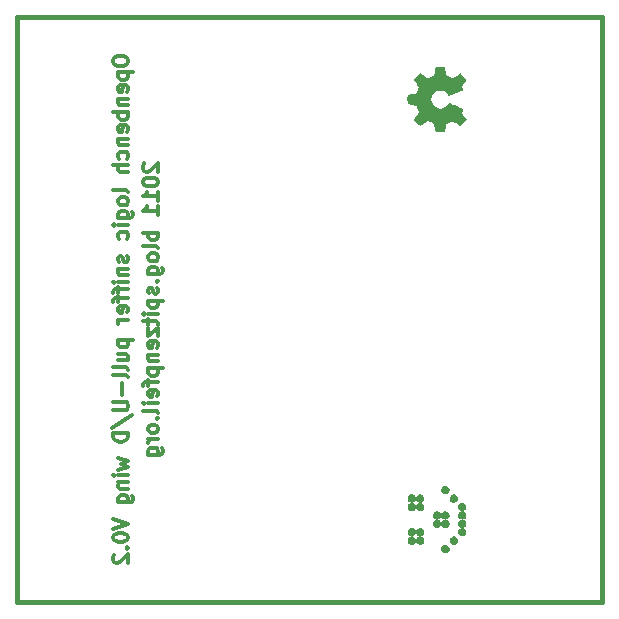
<source format=gbo>
G04 (created by PCBNEW-RS274X (2011-07-08)-stable) date Sun 02 Oct 2011 11:42:34 AM CEST*
G01*
G70*
G90*
%MOIN*%
G04 Gerber Fmt 3.4, Leading zero omitted, Abs format*
%FSLAX34Y34*%
G04 APERTURE LIST*
%ADD10C,0.006000*%
%ADD11C,0.015000*%
%ADD12C,0.012000*%
%ADD13C,0.000100*%
%ADD14R,0.060000X0.060000*%
%ADD15C,0.060000*%
%ADD16R,0.055000X0.055000*%
%ADD17C,0.055000*%
%ADD18O,0.080000X0.050000*%
G04 APERTURE END LIST*
G54D10*
G54D11*
X76250Y-13750D02*
X76250Y-33250D01*
X56750Y-13750D02*
X76250Y-13750D01*
X56750Y-33250D02*
X76250Y-33250D01*
X56750Y-13750D02*
X56750Y-33250D01*
G54D12*
X59952Y-15167D02*
X59952Y-15263D01*
X59976Y-15310D01*
X60024Y-15358D01*
X60119Y-15382D01*
X60286Y-15382D01*
X60381Y-15358D01*
X60429Y-15310D01*
X60452Y-15263D01*
X60452Y-15167D01*
X60429Y-15120D01*
X60381Y-15072D01*
X60286Y-15048D01*
X60119Y-15048D01*
X60024Y-15072D01*
X59976Y-15120D01*
X59952Y-15167D01*
X60119Y-15596D02*
X60619Y-15596D01*
X60143Y-15596D02*
X60119Y-15644D01*
X60119Y-15739D01*
X60143Y-15787D01*
X60167Y-15810D01*
X60214Y-15834D01*
X60357Y-15834D01*
X60405Y-15810D01*
X60429Y-15787D01*
X60452Y-15739D01*
X60452Y-15644D01*
X60429Y-15596D01*
X60429Y-16239D02*
X60452Y-16191D01*
X60452Y-16096D01*
X60429Y-16048D01*
X60381Y-16024D01*
X60190Y-16024D01*
X60143Y-16048D01*
X60119Y-16096D01*
X60119Y-16191D01*
X60143Y-16239D01*
X60190Y-16262D01*
X60238Y-16262D01*
X60286Y-16024D01*
X60119Y-16477D02*
X60452Y-16477D01*
X60167Y-16477D02*
X60143Y-16501D01*
X60119Y-16548D01*
X60119Y-16620D01*
X60143Y-16668D01*
X60190Y-16691D01*
X60452Y-16691D01*
X60452Y-16929D02*
X59952Y-16929D01*
X60143Y-16929D02*
X60119Y-16977D01*
X60119Y-17072D01*
X60143Y-17120D01*
X60167Y-17143D01*
X60214Y-17167D01*
X60357Y-17167D01*
X60405Y-17143D01*
X60429Y-17120D01*
X60452Y-17072D01*
X60452Y-16977D01*
X60429Y-16929D01*
X60429Y-17572D02*
X60452Y-17524D01*
X60452Y-17429D01*
X60429Y-17381D01*
X60381Y-17357D01*
X60190Y-17357D01*
X60143Y-17381D01*
X60119Y-17429D01*
X60119Y-17524D01*
X60143Y-17572D01*
X60190Y-17595D01*
X60238Y-17595D01*
X60286Y-17357D01*
X60119Y-17810D02*
X60452Y-17810D01*
X60167Y-17810D02*
X60143Y-17834D01*
X60119Y-17881D01*
X60119Y-17953D01*
X60143Y-18001D01*
X60190Y-18024D01*
X60452Y-18024D01*
X60429Y-18476D02*
X60452Y-18429D01*
X60452Y-18333D01*
X60429Y-18286D01*
X60405Y-18262D01*
X60357Y-18238D01*
X60214Y-18238D01*
X60167Y-18262D01*
X60143Y-18286D01*
X60119Y-18333D01*
X60119Y-18429D01*
X60143Y-18476D01*
X60452Y-18691D02*
X59952Y-18691D01*
X60452Y-18905D02*
X60190Y-18905D01*
X60143Y-18882D01*
X60119Y-18834D01*
X60119Y-18762D01*
X60143Y-18715D01*
X60167Y-18691D01*
X60452Y-19595D02*
X60429Y-19548D01*
X60381Y-19524D01*
X59952Y-19524D01*
X60452Y-19857D02*
X60429Y-19810D01*
X60405Y-19786D01*
X60357Y-19762D01*
X60214Y-19762D01*
X60167Y-19786D01*
X60143Y-19810D01*
X60119Y-19857D01*
X60119Y-19929D01*
X60143Y-19977D01*
X60167Y-20000D01*
X60214Y-20024D01*
X60357Y-20024D01*
X60405Y-20000D01*
X60429Y-19977D01*
X60452Y-19929D01*
X60452Y-19857D01*
X60119Y-20452D02*
X60524Y-20452D01*
X60571Y-20429D01*
X60595Y-20405D01*
X60619Y-20357D01*
X60619Y-20286D01*
X60595Y-20238D01*
X60429Y-20452D02*
X60452Y-20405D01*
X60452Y-20309D01*
X60429Y-20262D01*
X60405Y-20238D01*
X60357Y-20214D01*
X60214Y-20214D01*
X60167Y-20238D01*
X60143Y-20262D01*
X60119Y-20309D01*
X60119Y-20405D01*
X60143Y-20452D01*
X60452Y-20690D02*
X60119Y-20690D01*
X59952Y-20690D02*
X59976Y-20666D01*
X60000Y-20690D01*
X59976Y-20714D01*
X59952Y-20690D01*
X60000Y-20690D01*
X60429Y-21142D02*
X60452Y-21095D01*
X60452Y-20999D01*
X60429Y-20952D01*
X60405Y-20928D01*
X60357Y-20904D01*
X60214Y-20904D01*
X60167Y-20928D01*
X60143Y-20952D01*
X60119Y-20999D01*
X60119Y-21095D01*
X60143Y-21142D01*
X60429Y-21714D02*
X60452Y-21762D01*
X60452Y-21857D01*
X60429Y-21905D01*
X60381Y-21929D01*
X60357Y-21929D01*
X60310Y-21905D01*
X60286Y-21857D01*
X60286Y-21786D01*
X60262Y-21738D01*
X60214Y-21714D01*
X60190Y-21714D01*
X60143Y-21738D01*
X60119Y-21786D01*
X60119Y-21857D01*
X60143Y-21905D01*
X60119Y-22143D02*
X60452Y-22143D01*
X60167Y-22143D02*
X60143Y-22167D01*
X60119Y-22214D01*
X60119Y-22286D01*
X60143Y-22334D01*
X60190Y-22357D01*
X60452Y-22357D01*
X60452Y-22595D02*
X60119Y-22595D01*
X59952Y-22595D02*
X59976Y-22571D01*
X60000Y-22595D01*
X59976Y-22619D01*
X59952Y-22595D01*
X60000Y-22595D01*
X60119Y-22762D02*
X60119Y-22952D01*
X60452Y-22833D02*
X60024Y-22833D01*
X59976Y-22857D01*
X59952Y-22904D01*
X59952Y-22952D01*
X60119Y-23048D02*
X60119Y-23238D01*
X60452Y-23119D02*
X60024Y-23119D01*
X59976Y-23143D01*
X59952Y-23190D01*
X59952Y-23238D01*
X60429Y-23596D02*
X60452Y-23548D01*
X60452Y-23453D01*
X60429Y-23405D01*
X60381Y-23381D01*
X60190Y-23381D01*
X60143Y-23405D01*
X60119Y-23453D01*
X60119Y-23548D01*
X60143Y-23596D01*
X60190Y-23619D01*
X60238Y-23619D01*
X60286Y-23381D01*
X60452Y-23834D02*
X60119Y-23834D01*
X60214Y-23834D02*
X60167Y-23858D01*
X60143Y-23882D01*
X60119Y-23929D01*
X60119Y-23977D01*
X60119Y-24525D02*
X60619Y-24525D01*
X60143Y-24525D02*
X60119Y-24573D01*
X60119Y-24668D01*
X60143Y-24716D01*
X60167Y-24739D01*
X60214Y-24763D01*
X60357Y-24763D01*
X60405Y-24739D01*
X60429Y-24716D01*
X60452Y-24668D01*
X60452Y-24573D01*
X60429Y-24525D01*
X60119Y-25191D02*
X60452Y-25191D01*
X60119Y-24977D02*
X60381Y-24977D01*
X60429Y-25001D01*
X60452Y-25048D01*
X60452Y-25120D01*
X60429Y-25168D01*
X60405Y-25191D01*
X60452Y-25500D02*
X60429Y-25453D01*
X60381Y-25429D01*
X59952Y-25429D01*
X60452Y-25762D02*
X60429Y-25715D01*
X60381Y-25691D01*
X59952Y-25691D01*
X60262Y-25953D02*
X60262Y-26334D01*
X59952Y-26572D02*
X60357Y-26572D01*
X60405Y-26596D01*
X60429Y-26620D01*
X60452Y-26667D01*
X60452Y-26763D01*
X60429Y-26810D01*
X60405Y-26834D01*
X60357Y-26858D01*
X59952Y-26858D01*
X59929Y-27453D02*
X60571Y-27025D01*
X60452Y-27620D02*
X59952Y-27620D01*
X59952Y-27739D01*
X59976Y-27811D01*
X60024Y-27858D01*
X60071Y-27882D01*
X60167Y-27906D01*
X60238Y-27906D01*
X60333Y-27882D01*
X60381Y-27858D01*
X60429Y-27811D01*
X60452Y-27739D01*
X60452Y-27620D01*
X60119Y-28453D02*
X60452Y-28549D01*
X60214Y-28644D01*
X60452Y-28739D01*
X60119Y-28834D01*
X60452Y-29025D02*
X60119Y-29025D01*
X59952Y-29025D02*
X59976Y-29001D01*
X60000Y-29025D01*
X59976Y-29049D01*
X59952Y-29025D01*
X60000Y-29025D01*
X60119Y-29263D02*
X60452Y-29263D01*
X60167Y-29263D02*
X60143Y-29287D01*
X60119Y-29334D01*
X60119Y-29406D01*
X60143Y-29454D01*
X60190Y-29477D01*
X60452Y-29477D01*
X60119Y-29929D02*
X60524Y-29929D01*
X60571Y-29906D01*
X60595Y-29882D01*
X60619Y-29834D01*
X60619Y-29763D01*
X60595Y-29715D01*
X60429Y-29929D02*
X60452Y-29882D01*
X60452Y-29786D01*
X60429Y-29739D01*
X60405Y-29715D01*
X60357Y-29691D01*
X60214Y-29691D01*
X60167Y-29715D01*
X60143Y-29739D01*
X60119Y-29786D01*
X60119Y-29882D01*
X60143Y-29929D01*
X59952Y-30477D02*
X60452Y-30643D01*
X59952Y-30810D01*
X59952Y-31072D02*
X59952Y-31120D01*
X59976Y-31168D01*
X60000Y-31191D01*
X60048Y-31215D01*
X60143Y-31239D01*
X60262Y-31239D01*
X60357Y-31215D01*
X60405Y-31191D01*
X60429Y-31168D01*
X60452Y-31120D01*
X60452Y-31072D01*
X60429Y-31025D01*
X60405Y-31001D01*
X60357Y-30977D01*
X60262Y-30953D01*
X60143Y-30953D01*
X60048Y-30977D01*
X60000Y-31001D01*
X59976Y-31025D01*
X59952Y-31072D01*
X60405Y-31453D02*
X60429Y-31477D01*
X60452Y-31453D01*
X60429Y-31429D01*
X60405Y-31453D01*
X60452Y-31453D01*
X60000Y-31667D02*
X59976Y-31691D01*
X59952Y-31739D01*
X59952Y-31858D01*
X59976Y-31905D01*
X60000Y-31929D01*
X60048Y-31953D01*
X60095Y-31953D01*
X60167Y-31929D01*
X60452Y-31643D01*
X60452Y-31953D01*
X61000Y-18632D02*
X60976Y-18656D01*
X60952Y-18704D01*
X60952Y-18823D01*
X60976Y-18870D01*
X61000Y-18894D01*
X61048Y-18918D01*
X61095Y-18918D01*
X61167Y-18894D01*
X61452Y-18608D01*
X61452Y-18918D01*
X60952Y-19227D02*
X60952Y-19275D01*
X60976Y-19323D01*
X61000Y-19346D01*
X61048Y-19370D01*
X61143Y-19394D01*
X61262Y-19394D01*
X61357Y-19370D01*
X61405Y-19346D01*
X61429Y-19323D01*
X61452Y-19275D01*
X61452Y-19227D01*
X61429Y-19180D01*
X61405Y-19156D01*
X61357Y-19132D01*
X61262Y-19108D01*
X61143Y-19108D01*
X61048Y-19132D01*
X61000Y-19156D01*
X60976Y-19180D01*
X60952Y-19227D01*
X61452Y-19870D02*
X61452Y-19584D01*
X61452Y-19727D02*
X60952Y-19727D01*
X61024Y-19679D01*
X61071Y-19632D01*
X61095Y-19584D01*
X61452Y-20346D02*
X61452Y-20060D01*
X61452Y-20203D02*
X60952Y-20203D01*
X61024Y-20155D01*
X61071Y-20108D01*
X61095Y-20060D01*
X61452Y-20941D02*
X60952Y-20941D01*
X61143Y-20941D02*
X61119Y-20989D01*
X61119Y-21084D01*
X61143Y-21132D01*
X61167Y-21155D01*
X61214Y-21179D01*
X61357Y-21179D01*
X61405Y-21155D01*
X61429Y-21132D01*
X61452Y-21084D01*
X61452Y-20989D01*
X61429Y-20941D01*
X61452Y-21464D02*
X61429Y-21417D01*
X61381Y-21393D01*
X60952Y-21393D01*
X61452Y-21726D02*
X61429Y-21679D01*
X61405Y-21655D01*
X61357Y-21631D01*
X61214Y-21631D01*
X61167Y-21655D01*
X61143Y-21679D01*
X61119Y-21726D01*
X61119Y-21798D01*
X61143Y-21846D01*
X61167Y-21869D01*
X61214Y-21893D01*
X61357Y-21893D01*
X61405Y-21869D01*
X61429Y-21846D01*
X61452Y-21798D01*
X61452Y-21726D01*
X61119Y-22321D02*
X61524Y-22321D01*
X61571Y-22298D01*
X61595Y-22274D01*
X61619Y-22226D01*
X61619Y-22155D01*
X61595Y-22107D01*
X61429Y-22321D02*
X61452Y-22274D01*
X61452Y-22178D01*
X61429Y-22131D01*
X61405Y-22107D01*
X61357Y-22083D01*
X61214Y-22083D01*
X61167Y-22107D01*
X61143Y-22131D01*
X61119Y-22178D01*
X61119Y-22274D01*
X61143Y-22321D01*
X61405Y-22559D02*
X61429Y-22583D01*
X61452Y-22559D01*
X61429Y-22535D01*
X61405Y-22559D01*
X61452Y-22559D01*
X61429Y-22773D02*
X61452Y-22821D01*
X61452Y-22916D01*
X61429Y-22964D01*
X61381Y-22988D01*
X61357Y-22988D01*
X61310Y-22964D01*
X61286Y-22916D01*
X61286Y-22845D01*
X61262Y-22797D01*
X61214Y-22773D01*
X61190Y-22773D01*
X61143Y-22797D01*
X61119Y-22845D01*
X61119Y-22916D01*
X61143Y-22964D01*
X61119Y-23202D02*
X61619Y-23202D01*
X61143Y-23202D02*
X61119Y-23250D01*
X61119Y-23345D01*
X61143Y-23393D01*
X61167Y-23416D01*
X61214Y-23440D01*
X61357Y-23440D01*
X61405Y-23416D01*
X61429Y-23393D01*
X61452Y-23345D01*
X61452Y-23250D01*
X61429Y-23202D01*
X61452Y-23654D02*
X61119Y-23654D01*
X60952Y-23654D02*
X60976Y-23630D01*
X61000Y-23654D01*
X60976Y-23678D01*
X60952Y-23654D01*
X61000Y-23654D01*
X61119Y-23821D02*
X61119Y-24011D01*
X60952Y-23892D02*
X61381Y-23892D01*
X61429Y-23916D01*
X61452Y-23963D01*
X61452Y-24011D01*
X61119Y-24130D02*
X61119Y-24392D01*
X61452Y-24130D01*
X61452Y-24392D01*
X61429Y-24774D02*
X61452Y-24726D01*
X61452Y-24631D01*
X61429Y-24583D01*
X61381Y-24559D01*
X61190Y-24559D01*
X61143Y-24583D01*
X61119Y-24631D01*
X61119Y-24726D01*
X61143Y-24774D01*
X61190Y-24797D01*
X61238Y-24797D01*
X61286Y-24559D01*
X61119Y-25012D02*
X61452Y-25012D01*
X61167Y-25012D02*
X61143Y-25036D01*
X61119Y-25083D01*
X61119Y-25155D01*
X61143Y-25203D01*
X61190Y-25226D01*
X61452Y-25226D01*
X61119Y-25464D02*
X61619Y-25464D01*
X61143Y-25464D02*
X61119Y-25512D01*
X61119Y-25607D01*
X61143Y-25655D01*
X61167Y-25678D01*
X61214Y-25702D01*
X61357Y-25702D01*
X61405Y-25678D01*
X61429Y-25655D01*
X61452Y-25607D01*
X61452Y-25512D01*
X61429Y-25464D01*
X61119Y-25845D02*
X61119Y-26035D01*
X61452Y-25916D02*
X61024Y-25916D01*
X60976Y-25940D01*
X60952Y-25987D01*
X60952Y-26035D01*
X61429Y-26393D02*
X61452Y-26345D01*
X61452Y-26250D01*
X61429Y-26202D01*
X61381Y-26178D01*
X61190Y-26178D01*
X61143Y-26202D01*
X61119Y-26250D01*
X61119Y-26345D01*
X61143Y-26393D01*
X61190Y-26416D01*
X61238Y-26416D01*
X61286Y-26178D01*
X61452Y-26631D02*
X61119Y-26631D01*
X60952Y-26631D02*
X60976Y-26607D01*
X61000Y-26631D01*
X60976Y-26655D01*
X60952Y-26631D01*
X61000Y-26631D01*
X61452Y-26940D02*
X61429Y-26893D01*
X61381Y-26869D01*
X60952Y-26869D01*
X61405Y-27131D02*
X61429Y-27155D01*
X61452Y-27131D01*
X61429Y-27107D01*
X61405Y-27131D01*
X61452Y-27131D01*
X61452Y-27440D02*
X61429Y-27393D01*
X61405Y-27369D01*
X61357Y-27345D01*
X61214Y-27345D01*
X61167Y-27369D01*
X61143Y-27393D01*
X61119Y-27440D01*
X61119Y-27512D01*
X61143Y-27560D01*
X61167Y-27583D01*
X61214Y-27607D01*
X61357Y-27607D01*
X61405Y-27583D01*
X61429Y-27560D01*
X61452Y-27512D01*
X61452Y-27440D01*
X61452Y-27821D02*
X61119Y-27821D01*
X61214Y-27821D02*
X61167Y-27845D01*
X61143Y-27869D01*
X61119Y-27916D01*
X61119Y-27964D01*
X61119Y-28345D02*
X61524Y-28345D01*
X61571Y-28322D01*
X61595Y-28298D01*
X61619Y-28250D01*
X61619Y-28179D01*
X61595Y-28131D01*
X61429Y-28345D02*
X61452Y-28298D01*
X61452Y-28202D01*
X61429Y-28155D01*
X61405Y-28131D01*
X61357Y-28107D01*
X61214Y-28107D01*
X61167Y-28131D01*
X61143Y-28155D01*
X61119Y-28202D01*
X61119Y-28298D01*
X61143Y-28345D01*
G54D13*
G36*
X71733Y-30076D02*
X71729Y-30048D01*
X71720Y-30021D01*
X71714Y-30010D01*
X71698Y-29986D01*
X71677Y-29967D01*
X71653Y-29953D01*
X71628Y-29943D01*
X71600Y-29939D01*
X71573Y-29940D01*
X71545Y-29947D01*
X71519Y-29959D01*
X71507Y-29967D01*
X71494Y-29979D01*
X71482Y-29992D01*
X71473Y-30004D01*
X71471Y-30008D01*
X71460Y-30032D01*
X71454Y-30057D01*
X71453Y-30085D01*
X71453Y-30094D01*
X71455Y-30110D01*
X71459Y-30124D01*
X71465Y-30138D01*
X71474Y-30154D01*
X71492Y-30177D01*
X71514Y-30196D01*
X71540Y-30210D01*
X71552Y-30214D01*
X71566Y-30217D01*
X71577Y-30219D01*
X71578Y-30219D01*
X71579Y-30220D01*
X71573Y-30221D01*
X71572Y-30221D01*
X71554Y-30225D01*
X71535Y-30232D01*
X71519Y-30240D01*
X71498Y-30256D01*
X71479Y-30277D01*
X71464Y-30302D01*
X71455Y-30330D01*
X71452Y-30359D01*
X71452Y-30367D01*
X71455Y-30389D01*
X71461Y-30410D01*
X71463Y-30415D01*
X71476Y-30438D01*
X71493Y-30459D01*
X71514Y-30477D01*
X71538Y-30490D01*
X71563Y-30497D01*
X71564Y-30498D01*
X71571Y-30499D01*
X71574Y-30500D01*
X71574Y-30500D01*
X71570Y-30501D01*
X71563Y-30503D01*
X71560Y-30503D01*
X71536Y-30511D01*
X71512Y-30525D01*
X71491Y-30543D01*
X71477Y-30560D01*
X71463Y-30584D01*
X71455Y-30611D01*
X71452Y-30641D01*
X71454Y-30662D01*
X71461Y-30690D01*
X71473Y-30715D01*
X71491Y-30738D01*
X71514Y-30756D01*
X71517Y-30758D01*
X71527Y-30765D01*
X71536Y-30769D01*
X71543Y-30771D01*
X71555Y-30775D01*
X71567Y-30778D01*
X71577Y-30780D01*
X71578Y-30780D01*
X71578Y-30780D01*
X71572Y-30781D01*
X71557Y-30785D01*
X71538Y-30792D01*
X71521Y-30800D01*
X71498Y-30817D01*
X71479Y-30838D01*
X71464Y-30863D01*
X71455Y-30891D01*
X71452Y-30920D01*
X71454Y-30946D01*
X71462Y-30974D01*
X71475Y-30999D01*
X71495Y-31021D01*
X71507Y-31032D01*
X71523Y-31043D01*
X71540Y-31051D01*
X71555Y-31056D01*
X71583Y-31061D01*
X71611Y-31060D01*
X71637Y-31054D01*
X71661Y-31043D01*
X71683Y-31028D01*
X71702Y-31009D01*
X71717Y-30986D01*
X71727Y-30960D01*
X71732Y-30932D01*
X71732Y-30929D01*
X71731Y-30900D01*
X71725Y-30874D01*
X71712Y-30848D01*
X71706Y-30839D01*
X71690Y-30820D01*
X71670Y-30804D01*
X71649Y-30792D01*
X71641Y-30789D01*
X71629Y-30785D01*
X71617Y-30782D01*
X71607Y-30781D01*
X71602Y-30781D01*
X71607Y-30780D01*
X71611Y-30779D01*
X71624Y-30777D01*
X71638Y-30773D01*
X71650Y-30768D01*
X71663Y-30762D01*
X71686Y-30744D01*
X71705Y-30723D01*
X71720Y-30698D01*
X71730Y-30670D01*
X71731Y-30665D01*
X71732Y-30646D01*
X71732Y-30626D01*
X71729Y-30607D01*
X71723Y-30589D01*
X71709Y-30562D01*
X71690Y-30539D01*
X71689Y-30538D01*
X71668Y-30522D01*
X71645Y-30510D01*
X71621Y-30502D01*
X71620Y-30502D01*
X71613Y-30501D01*
X71611Y-30500D01*
X71613Y-30499D01*
X71619Y-30498D01*
X71621Y-30498D01*
X71635Y-30494D01*
X71651Y-30488D01*
X71666Y-30480D01*
X71683Y-30467D01*
X71703Y-30446D01*
X71719Y-30421D01*
X71729Y-30393D01*
X71730Y-30388D01*
X71732Y-30369D01*
X71732Y-30349D01*
X71730Y-30331D01*
X71725Y-30315D01*
X71713Y-30289D01*
X71696Y-30266D01*
X71675Y-30246D01*
X71650Y-30232D01*
X71642Y-30229D01*
X71629Y-30225D01*
X71617Y-30222D01*
X71607Y-30220D01*
X71606Y-30220D01*
X71606Y-30220D01*
X71611Y-30219D01*
X71612Y-30219D01*
X71630Y-30214D01*
X71649Y-30207D01*
X71665Y-30199D01*
X71671Y-30195D01*
X71692Y-30177D01*
X71710Y-30155D01*
X71723Y-30131D01*
X71730Y-30104D01*
X71733Y-30076D01*
X71733Y-30076D01*
G37*
G36*
X71452Y-31211D02*
X71451Y-31194D01*
X71450Y-31177D01*
X71445Y-31159D01*
X71433Y-31132D01*
X71417Y-31109D01*
X71396Y-31089D01*
X71371Y-31075D01*
X71345Y-31065D01*
X71316Y-31061D01*
X71288Y-31063D01*
X71261Y-31071D01*
X71236Y-31083D01*
X71213Y-31101D01*
X71195Y-31124D01*
X71190Y-31131D01*
X71178Y-31158D01*
X71171Y-31186D01*
X71171Y-31215D01*
X71177Y-31244D01*
X71187Y-31267D01*
X71203Y-31291D01*
X71224Y-31312D01*
X71249Y-31328D01*
X71277Y-31338D01*
X71291Y-31341D01*
X71309Y-31342D01*
X71327Y-31341D01*
X71342Y-31339D01*
X71348Y-31338D01*
X71376Y-31327D01*
X71401Y-31310D01*
X71421Y-31289D01*
X71438Y-31263D01*
X71443Y-31251D01*
X71448Y-31235D01*
X71451Y-31220D01*
X71452Y-31211D01*
X71452Y-31211D01*
G37*
G36*
X71452Y-29795D02*
X71448Y-29766D01*
X71438Y-29738D01*
X71422Y-29712D01*
X71418Y-29707D01*
X71398Y-29687D01*
X71373Y-29672D01*
X71346Y-29662D01*
X71331Y-29659D01*
X71313Y-29658D01*
X71295Y-29659D01*
X71280Y-29661D01*
X71274Y-29663D01*
X71246Y-29674D01*
X71222Y-29690D01*
X71202Y-29710D01*
X71186Y-29734D01*
X71176Y-29761D01*
X71171Y-29791D01*
X71171Y-29801D01*
X71174Y-29830D01*
X71183Y-29856D01*
X71197Y-29880D01*
X71215Y-29900D01*
X71237Y-29917D01*
X71261Y-29929D01*
X71288Y-29937D01*
X71318Y-29938D01*
X71335Y-29937D01*
X71350Y-29933D01*
X71367Y-29927D01*
X71388Y-29916D01*
X71410Y-29898D01*
X71428Y-29876D01*
X71442Y-29851D01*
X71450Y-29824D01*
X71452Y-29795D01*
X71452Y-29795D01*
G37*
G36*
X71170Y-31490D02*
X71170Y-31471D01*
X71168Y-31453D01*
X71162Y-31433D01*
X71149Y-31407D01*
X71130Y-31384D01*
X71112Y-31369D01*
X71088Y-31354D01*
X71061Y-31345D01*
X71049Y-31343D01*
X71033Y-31342D01*
X71016Y-31343D01*
X71001Y-31345D01*
X70993Y-31347D01*
X70965Y-31358D01*
X70941Y-31374D01*
X70920Y-31395D01*
X70905Y-31421D01*
X70900Y-31430D01*
X70894Y-31448D01*
X70891Y-31466D01*
X70891Y-31488D01*
X70892Y-31501D01*
X70894Y-31516D01*
X70898Y-31530D01*
X70905Y-31545D01*
X70909Y-31554D01*
X70927Y-31578D01*
X70949Y-31597D01*
X70974Y-31612D01*
X71003Y-31621D01*
X71009Y-31622D01*
X71026Y-31623D01*
X71043Y-31622D01*
X71058Y-31621D01*
X71068Y-31618D01*
X71096Y-31607D01*
X71120Y-31591D01*
X71140Y-31571D01*
X71156Y-31546D01*
X71167Y-31517D01*
X71168Y-31509D01*
X71170Y-31490D01*
X71170Y-31490D01*
G37*
G36*
X71171Y-30364D02*
X71169Y-30335D01*
X71161Y-30309D01*
X71154Y-30293D01*
X71137Y-30269D01*
X71116Y-30249D01*
X71092Y-30234D01*
X71064Y-30224D01*
X71059Y-30223D01*
X71036Y-30219D01*
X71014Y-30220D01*
X70990Y-30226D01*
X70962Y-30237D01*
X70939Y-30254D01*
X70919Y-30275D01*
X70904Y-30300D01*
X70894Y-30328D01*
X70889Y-30346D01*
X70888Y-30337D01*
X70888Y-30334D01*
X70882Y-30314D01*
X70873Y-30293D01*
X70860Y-30274D01*
X70858Y-30271D01*
X70837Y-30250D01*
X70814Y-30235D01*
X70788Y-30225D01*
X70760Y-30220D01*
X70733Y-30221D01*
X70705Y-30227D01*
X70679Y-30239D01*
X70678Y-30240D01*
X70655Y-30257D01*
X70636Y-30278D01*
X70623Y-30302D01*
X70614Y-30328D01*
X70610Y-30355D01*
X70612Y-30382D01*
X70619Y-30408D01*
X70631Y-30434D01*
X70648Y-30457D01*
X70662Y-30469D01*
X70682Y-30483D01*
X70704Y-30493D01*
X70725Y-30498D01*
X70730Y-30499D01*
X70733Y-30500D01*
X70731Y-30501D01*
X70725Y-30502D01*
X70706Y-30506D01*
X70686Y-30515D01*
X70667Y-30527D01*
X70658Y-30534D01*
X70639Y-30555D01*
X70624Y-30579D01*
X70614Y-30606D01*
X70610Y-30635D01*
X70612Y-30664D01*
X70616Y-30681D01*
X70628Y-30708D01*
X70644Y-30731D01*
X70665Y-30751D01*
X70689Y-30766D01*
X70717Y-30776D01*
X70731Y-30779D01*
X70759Y-30780D01*
X70787Y-30775D01*
X70814Y-30765D01*
X70837Y-30749D01*
X70858Y-30729D01*
X70874Y-30704D01*
X70879Y-30693D01*
X70884Y-30680D01*
X70887Y-30668D01*
X70889Y-30659D01*
X70889Y-30658D01*
X70890Y-30658D01*
X70891Y-30664D01*
X70895Y-30678D01*
X70902Y-30697D01*
X70910Y-30713D01*
X70916Y-30722D01*
X70933Y-30740D01*
X70953Y-30757D01*
X70974Y-30769D01*
X70997Y-30776D01*
X71022Y-30780D01*
X71047Y-30780D01*
X71052Y-30779D01*
X71081Y-30771D01*
X71106Y-30758D01*
X71130Y-30739D01*
X71143Y-30723D01*
X71159Y-30698D01*
X71168Y-30670D01*
X71169Y-30659D01*
X71170Y-30644D01*
X71169Y-30628D01*
X71168Y-30613D01*
X71166Y-30602D01*
X71163Y-30593D01*
X71149Y-30565D01*
X71131Y-30542D01*
X71108Y-30523D01*
X71097Y-30516D01*
X71078Y-30508D01*
X71060Y-30502D01*
X71058Y-30502D01*
X71052Y-30501D01*
X71049Y-30500D01*
X71049Y-30500D01*
X71012Y-30500D01*
X71012Y-30500D01*
X71008Y-30501D01*
X71001Y-30502D01*
X70999Y-30503D01*
X70974Y-30511D01*
X70951Y-30525D01*
X70930Y-30543D01*
X70912Y-30564D01*
X70900Y-30588D01*
X70899Y-30589D01*
X70895Y-30602D01*
X70892Y-30613D01*
X70890Y-30626D01*
X70888Y-30614D01*
X70884Y-30597D01*
X70872Y-30572D01*
X70856Y-30549D01*
X70836Y-30530D01*
X70814Y-30515D01*
X70802Y-30509D01*
X70787Y-30504D01*
X70775Y-30502D01*
X70770Y-30501D01*
X70767Y-30500D01*
X70769Y-30499D01*
X70775Y-30498D01*
X70786Y-30496D01*
X70800Y-30491D01*
X70814Y-30485D01*
X70828Y-30477D01*
X70849Y-30459D01*
X70867Y-30437D01*
X70880Y-30412D01*
X70888Y-30386D01*
X70890Y-30373D01*
X70892Y-30386D01*
X70893Y-30388D01*
X70896Y-30400D01*
X70900Y-30412D01*
X70901Y-30415D01*
X70914Y-30438D01*
X70931Y-30459D01*
X70953Y-30477D01*
X70976Y-30490D01*
X71001Y-30497D01*
X71002Y-30498D01*
X71009Y-30499D01*
X71012Y-30500D01*
X71049Y-30500D01*
X71049Y-30500D01*
X71052Y-30499D01*
X71060Y-30498D01*
X71078Y-30493D01*
X71103Y-30481D01*
X71125Y-30464D01*
X71144Y-30443D01*
X71158Y-30418D01*
X71158Y-30418D01*
X71167Y-30392D01*
X71171Y-30364D01*
X71171Y-30364D01*
G37*
G36*
X71170Y-29528D02*
X71170Y-29505D01*
X71167Y-29484D01*
X71163Y-29471D01*
X71150Y-29444D01*
X71133Y-29421D01*
X71112Y-29403D01*
X71087Y-29389D01*
X71060Y-29380D01*
X71030Y-29377D01*
X71019Y-29377D01*
X70990Y-29383D01*
X70963Y-29394D01*
X70938Y-29411D01*
X70932Y-29416D01*
X70916Y-29436D01*
X70902Y-29460D01*
X70894Y-29485D01*
X70894Y-29485D01*
X70891Y-29506D01*
X70891Y-29529D01*
X70894Y-29550D01*
X70896Y-29558D01*
X70907Y-29584D01*
X70923Y-29608D01*
X70942Y-29627D01*
X70965Y-29642D01*
X70991Y-29652D01*
X71018Y-29657D01*
X71046Y-29657D01*
X71075Y-29651D01*
X71096Y-29641D01*
X71120Y-29625D01*
X71141Y-29604D01*
X71156Y-29580D01*
X71166Y-29553D01*
X71167Y-29549D01*
X71170Y-29528D01*
X71170Y-29528D01*
G37*
G36*
X70329Y-30916D02*
X70326Y-30889D01*
X70316Y-30862D01*
X70310Y-30849D01*
X70301Y-30836D01*
X70289Y-30823D01*
X70273Y-30809D01*
X70250Y-30794D01*
X70222Y-30784D01*
X70215Y-30783D01*
X70196Y-30781D01*
X70176Y-30781D01*
X70159Y-30783D01*
X70136Y-30791D01*
X70111Y-30804D01*
X70090Y-30821D01*
X70087Y-30824D01*
X70077Y-30837D01*
X70067Y-30852D01*
X70059Y-30866D01*
X70057Y-30871D01*
X70054Y-30882D01*
X70051Y-30894D01*
X70049Y-30902D01*
X70049Y-30907D01*
X70048Y-30902D01*
X70046Y-30895D01*
X70044Y-30886D01*
X70041Y-30876D01*
X70031Y-30855D01*
X70018Y-30834D01*
X70003Y-30817D01*
X70000Y-30815D01*
X69976Y-30798D01*
X69949Y-30786D01*
X69921Y-30781D01*
X69893Y-30781D01*
X69886Y-30782D01*
X69857Y-30790D01*
X69832Y-30803D01*
X69809Y-30822D01*
X69794Y-30839D01*
X69779Y-30863D01*
X69770Y-30891D01*
X69769Y-30896D01*
X69768Y-30915D01*
X69768Y-30935D01*
X69771Y-30953D01*
X69776Y-30969D01*
X69788Y-30995D01*
X69806Y-31017D01*
X69827Y-31036D01*
X69851Y-31050D01*
X69878Y-31058D01*
X69882Y-31059D01*
X69888Y-31061D01*
X69891Y-31062D01*
X69888Y-31063D01*
X69882Y-31063D01*
X69870Y-31066D01*
X69858Y-31071D01*
X69846Y-31076D01*
X69838Y-31080D01*
X69814Y-31097D01*
X69794Y-31119D01*
X69780Y-31143D01*
X69771Y-31171D01*
X69768Y-31201D01*
X69769Y-31224D01*
X69776Y-31251D01*
X69788Y-31276D01*
X69798Y-31290D01*
X69819Y-31310D01*
X69842Y-31326D01*
X69868Y-31337D01*
X69896Y-31342D01*
X69924Y-31341D01*
X69950Y-31335D01*
X69977Y-31324D01*
X70001Y-31307D01*
X70020Y-31286D01*
X70035Y-31260D01*
X70045Y-31231D01*
X70049Y-31216D01*
X70050Y-31225D01*
X70051Y-31231D01*
X70058Y-31253D01*
X70069Y-31275D01*
X70084Y-31296D01*
X70102Y-31312D01*
X70116Y-31322D01*
X70136Y-31332D01*
X70154Y-31338D01*
X70169Y-31341D01*
X70187Y-31342D01*
X70205Y-31341D01*
X70220Y-31339D01*
X70236Y-31334D01*
X70263Y-31321D01*
X70286Y-31303D01*
X70305Y-31281D01*
X70319Y-31255D01*
X70327Y-31225D01*
X70328Y-31218D01*
X70329Y-31201D01*
X70328Y-31183D01*
X70325Y-31167D01*
X70321Y-31155D01*
X70309Y-31129D01*
X70291Y-31106D01*
X70270Y-31087D01*
X70245Y-31073D01*
X70217Y-31064D01*
X70214Y-31063D01*
X70208Y-31062D01*
X70209Y-31061D01*
X70170Y-31061D01*
X70169Y-31062D01*
X70163Y-31064D01*
X70162Y-31064D01*
X70143Y-31069D01*
X70123Y-31078D01*
X70105Y-31089D01*
X70095Y-31098D01*
X70075Y-31119D01*
X70060Y-31145D01*
X70051Y-31173D01*
X70048Y-31187D01*
X70046Y-31177D01*
X70045Y-31169D01*
X70042Y-31160D01*
X70040Y-31154D01*
X70028Y-31129D01*
X70010Y-31106D01*
X69989Y-31087D01*
X69964Y-31073D01*
X69938Y-31064D01*
X69931Y-31063D01*
X69927Y-31061D01*
X69929Y-31060D01*
X69938Y-31058D01*
X69939Y-31058D01*
X69954Y-31054D01*
X69970Y-31047D01*
X69985Y-31038D01*
X69994Y-31031D01*
X70008Y-31018D01*
X70021Y-31004D01*
X70030Y-30991D01*
X70030Y-30990D01*
X70040Y-30968D01*
X70047Y-30945D01*
X70049Y-30936D01*
X70050Y-30947D01*
X70058Y-30972D01*
X70071Y-30997D01*
X70088Y-31019D01*
X70109Y-31037D01*
X70117Y-31042D01*
X70130Y-31048D01*
X70144Y-31054D01*
X70157Y-31058D01*
X70167Y-31060D01*
X70167Y-31060D01*
X70170Y-31061D01*
X70209Y-31061D01*
X70209Y-31060D01*
X70215Y-31059D01*
X70223Y-31057D01*
X70232Y-31055D01*
X70246Y-31049D01*
X70271Y-31035D01*
X70292Y-31017D01*
X70308Y-30995D01*
X70320Y-30970D01*
X70327Y-30944D01*
X70329Y-30916D01*
X70329Y-30916D01*
G37*
G36*
X70329Y-30072D02*
X70325Y-30044D01*
X70315Y-30018D01*
X70300Y-29994D01*
X70281Y-29974D01*
X70258Y-29957D01*
X70232Y-29945D01*
X70223Y-29943D01*
X70215Y-29941D01*
X70213Y-29941D01*
X70208Y-29939D01*
X70208Y-29939D01*
X70169Y-29939D01*
X70165Y-29940D01*
X70155Y-29943D01*
X70139Y-29948D01*
X70114Y-29960D01*
X70092Y-29977D01*
X70074Y-29999D01*
X70060Y-30024D01*
X70051Y-30051D01*
X70048Y-30064D01*
X70046Y-30055D01*
X70046Y-30054D01*
X70040Y-30031D01*
X70030Y-30009D01*
X70024Y-30000D01*
X70012Y-29986D01*
X69999Y-29973D01*
X69985Y-29962D01*
X69973Y-29955D01*
X69955Y-29947D01*
X69938Y-29942D01*
X69931Y-29940D01*
X69927Y-29939D01*
X69929Y-29938D01*
X69938Y-29936D01*
X69956Y-29930D01*
X69982Y-29918D01*
X70005Y-29899D01*
X70023Y-29878D01*
X70038Y-29852D01*
X70046Y-29823D01*
X70048Y-29813D01*
X70051Y-29827D01*
X70054Y-29840D01*
X70066Y-29867D01*
X70083Y-29891D01*
X70105Y-29911D01*
X70113Y-29917D01*
X70126Y-29924D01*
X70141Y-29930D01*
X70151Y-29934D01*
X70162Y-29936D01*
X70162Y-29936D01*
X70168Y-29938D01*
X70169Y-29939D01*
X70208Y-29939D01*
X70209Y-29938D01*
X70216Y-29936D01*
X70226Y-29934D01*
X70247Y-29926D01*
X70267Y-29915D01*
X70278Y-29907D01*
X70299Y-29886D01*
X70314Y-29861D01*
X70325Y-29833D01*
X70327Y-29820D01*
X70329Y-29801D01*
X70328Y-29781D01*
X70325Y-29764D01*
X70325Y-29762D01*
X70313Y-29734D01*
X70297Y-29709D01*
X70276Y-29688D01*
X70252Y-29673D01*
X70223Y-29662D01*
X70211Y-29659D01*
X70191Y-29658D01*
X70171Y-29659D01*
X70154Y-29662D01*
X70139Y-29667D01*
X70119Y-29677D01*
X70102Y-29688D01*
X70088Y-29701D01*
X70074Y-29718D01*
X70063Y-29736D01*
X70060Y-29743D01*
X70055Y-29756D01*
X70051Y-29769D01*
X70049Y-29779D01*
X70049Y-29780D01*
X70048Y-29777D01*
X70045Y-29769D01*
X70040Y-29752D01*
X70033Y-29734D01*
X70024Y-29719D01*
X70022Y-29716D01*
X70005Y-29697D01*
X69985Y-29681D01*
X69964Y-29669D01*
X69954Y-29665D01*
X69926Y-29659D01*
X69897Y-29658D01*
X69869Y-29663D01*
X69863Y-29665D01*
X69837Y-29677D01*
X69814Y-29694D01*
X69795Y-29716D01*
X69780Y-29741D01*
X69770Y-29768D01*
X69770Y-29772D01*
X69768Y-29792D01*
X69768Y-29812D01*
X69771Y-29831D01*
X69772Y-29835D01*
X69783Y-29863D01*
X69799Y-29888D01*
X69820Y-29908D01*
X69846Y-29924D01*
X69854Y-29928D01*
X69867Y-29933D01*
X69879Y-29936D01*
X69888Y-29937D01*
X69889Y-29937D01*
X69891Y-29938D01*
X69887Y-29940D01*
X69879Y-29942D01*
X69859Y-29947D01*
X69835Y-29959D01*
X69813Y-29976D01*
X69794Y-29997D01*
X69780Y-30021D01*
X69780Y-30022D01*
X69771Y-30048D01*
X69768Y-30076D01*
X69770Y-30104D01*
X69777Y-30131D01*
X69784Y-30146D01*
X69801Y-30170D01*
X69822Y-30190D01*
X69846Y-30206D01*
X69874Y-30215D01*
X69880Y-30217D01*
X69902Y-30220D01*
X69924Y-30219D01*
X69950Y-30213D01*
X69977Y-30201D01*
X70001Y-30185D01*
X70020Y-30163D01*
X70035Y-30138D01*
X70045Y-30109D01*
X70047Y-30103D01*
X70049Y-30098D01*
X70049Y-30098D01*
X70050Y-30107D01*
X70055Y-30123D01*
X70062Y-30140D01*
X70072Y-30156D01*
X70084Y-30172D01*
X70105Y-30192D01*
X70131Y-30207D01*
X70135Y-30209D01*
X70162Y-30217D01*
X70191Y-30220D01*
X70220Y-30216D01*
X70247Y-30207D01*
X70260Y-30201D01*
X70273Y-30192D01*
X70286Y-30180D01*
X70287Y-30179D01*
X70306Y-30156D01*
X70319Y-30131D01*
X70327Y-30103D01*
X70328Y-30100D01*
X70329Y-30072D01*
X70329Y-30072D01*
G37*
G36*
X71734Y-17164D02*
X71728Y-17152D01*
X71712Y-17127D01*
X71688Y-17090D01*
X71659Y-17047D01*
X71629Y-17003D01*
X71605Y-16968D01*
X71589Y-16943D01*
X71584Y-16932D01*
X71586Y-16927D01*
X71596Y-16906D01*
X71611Y-16876D01*
X71620Y-16859D01*
X71632Y-16831D01*
X71634Y-16818D01*
X71631Y-16815D01*
X71610Y-16805D01*
X71574Y-16790D01*
X71526Y-16769D01*
X71471Y-16745D01*
X71411Y-16720D01*
X71350Y-16694D01*
X71291Y-16670D01*
X71239Y-16649D01*
X71196Y-16632D01*
X71167Y-16620D01*
X71154Y-16616D01*
X71151Y-16617D01*
X71138Y-16631D01*
X71120Y-16655D01*
X71078Y-16707D01*
X71014Y-16758D01*
X70941Y-16789D01*
X70861Y-16800D01*
X70786Y-16791D01*
X70714Y-16761D01*
X70650Y-16711D01*
X70602Y-16651D01*
X70571Y-16580D01*
X70562Y-16500D01*
X70570Y-16424D01*
X70599Y-16351D01*
X70648Y-16286D01*
X70680Y-16259D01*
X70745Y-16221D01*
X70815Y-16200D01*
X70833Y-16197D01*
X70910Y-16201D01*
X70983Y-16223D01*
X71049Y-16264D01*
X71103Y-16320D01*
X71109Y-16327D01*
X71128Y-16354D01*
X71142Y-16371D01*
X71153Y-16385D01*
X71389Y-16287D01*
X71426Y-16271D01*
X71491Y-16244D01*
X71546Y-16221D01*
X71590Y-16202D01*
X71620Y-16189D01*
X71632Y-16183D01*
X71632Y-16182D01*
X71634Y-16174D01*
X71627Y-16156D01*
X71611Y-16123D01*
X71600Y-16101D01*
X71588Y-16076D01*
X71584Y-16065D01*
X71589Y-16055D01*
X71604Y-16031D01*
X71628Y-15996D01*
X71657Y-15954D01*
X71684Y-15914D01*
X71708Y-15877D01*
X71725Y-15850D01*
X71732Y-15837D01*
X71732Y-15835D01*
X71726Y-15823D01*
X71708Y-15802D01*
X71678Y-15770D01*
X71633Y-15724D01*
X71626Y-15717D01*
X71588Y-15680D01*
X71556Y-15650D01*
X71534Y-15629D01*
X71523Y-15622D01*
X71523Y-15622D01*
X71510Y-15629D01*
X71484Y-15646D01*
X71446Y-15670D01*
X71402Y-15700D01*
X71289Y-15778D01*
X71182Y-15735D01*
X71149Y-15722D01*
X71109Y-15705D01*
X71081Y-15693D01*
X71068Y-15687D01*
X71064Y-15675D01*
X71057Y-15646D01*
X71048Y-15603D01*
X71039Y-15552D01*
X71030Y-15504D01*
X71022Y-15461D01*
X71016Y-15429D01*
X71013Y-15415D01*
X71011Y-15411D01*
X71004Y-15409D01*
X70989Y-15407D01*
X70963Y-15406D01*
X70921Y-15405D01*
X70861Y-15405D01*
X70854Y-15405D01*
X70796Y-15406D01*
X70751Y-15407D01*
X70721Y-15408D01*
X70709Y-15410D01*
X70709Y-15410D01*
X70706Y-15424D01*
X70699Y-15455D01*
X70691Y-15498D01*
X70681Y-15550D01*
X70680Y-15554D01*
X70670Y-15605D01*
X70661Y-15649D01*
X70654Y-15679D01*
X70650Y-15692D01*
X70646Y-15695D01*
X70626Y-15705D01*
X70594Y-15720D01*
X70555Y-15737D01*
X70514Y-15754D01*
X70478Y-15769D01*
X70450Y-15779D01*
X70438Y-15782D01*
X70438Y-15781D01*
X70425Y-15774D01*
X70398Y-15756D01*
X70361Y-15731D01*
X70317Y-15700D01*
X70314Y-15698D01*
X70270Y-15668D01*
X70233Y-15644D01*
X70206Y-15628D01*
X70194Y-15622D01*
X70194Y-15622D01*
X70181Y-15632D01*
X70156Y-15654D01*
X70122Y-15686D01*
X70084Y-15725D01*
X70072Y-15737D01*
X70030Y-15779D01*
X70003Y-15809D01*
X69988Y-15827D01*
X69985Y-15836D01*
X69985Y-15837D01*
X69993Y-15850D01*
X70011Y-15877D01*
X70037Y-15915D01*
X70067Y-15959D01*
X70069Y-15962D01*
X70099Y-16006D01*
X70124Y-16043D01*
X70141Y-16069D01*
X70148Y-16080D01*
X70148Y-16082D01*
X70142Y-16100D01*
X70131Y-16131D01*
X70117Y-16169D01*
X70100Y-16210D01*
X70085Y-16246D01*
X70072Y-16274D01*
X70065Y-16287D01*
X70064Y-16287D01*
X70049Y-16292D01*
X70016Y-16300D01*
X69971Y-16309D01*
X69917Y-16319D01*
X69908Y-16321D01*
X69856Y-16331D01*
X69813Y-16339D01*
X69783Y-16345D01*
X69771Y-16348D01*
X69769Y-16356D01*
X69767Y-16381D01*
X69766Y-16420D01*
X69766Y-16467D01*
X69766Y-16516D01*
X69767Y-16565D01*
X69769Y-16606D01*
X69771Y-16636D01*
X69773Y-16648D01*
X69774Y-16648D01*
X69790Y-16653D01*
X69823Y-16660D01*
X69868Y-16669D01*
X69922Y-16680D01*
X69932Y-16682D01*
X69984Y-16691D01*
X70026Y-16700D01*
X70056Y-16706D01*
X70067Y-16710D01*
X70070Y-16714D01*
X70079Y-16736D01*
X70094Y-16771D01*
X70111Y-16814D01*
X70152Y-16914D01*
X70067Y-17037D01*
X70060Y-17049D01*
X70030Y-17093D01*
X70005Y-17129D01*
X69989Y-17154D01*
X69983Y-17165D01*
X69984Y-17166D01*
X69994Y-17178D01*
X70017Y-17202D01*
X70050Y-17236D01*
X70088Y-17274D01*
X70117Y-17303D01*
X70151Y-17337D01*
X70174Y-17358D01*
X70189Y-17370D01*
X70198Y-17374D01*
X70204Y-17373D01*
X70217Y-17365D01*
X70244Y-17347D01*
X70281Y-17322D01*
X70325Y-17292D01*
X70361Y-17267D01*
X70402Y-17241D01*
X70432Y-17223D01*
X70446Y-17217D01*
X70452Y-17219D01*
X70476Y-17227D01*
X70513Y-17242D01*
X70556Y-17260D01*
X70653Y-17303D01*
X70666Y-17367D01*
X70673Y-17406D01*
X70683Y-17460D01*
X70693Y-17511D01*
X70709Y-17592D01*
X71005Y-17595D01*
X71011Y-17583D01*
X71014Y-17571D01*
X71021Y-17541D01*
X71029Y-17498D01*
X71039Y-17448D01*
X71047Y-17405D01*
X71055Y-17361D01*
X71061Y-17330D01*
X71064Y-17316D01*
X71068Y-17313D01*
X71089Y-17302D01*
X71123Y-17287D01*
X71163Y-17270D01*
X71204Y-17252D01*
X71243Y-17237D01*
X71272Y-17226D01*
X71287Y-17222D01*
X71298Y-17228D01*
X71324Y-17245D01*
X71360Y-17269D01*
X71403Y-17298D01*
X71446Y-17327D01*
X71483Y-17352D01*
X71509Y-17369D01*
X71521Y-17377D01*
X71530Y-17373D01*
X71550Y-17356D01*
X71584Y-17323D01*
X71632Y-17275D01*
X71639Y-17267D01*
X71676Y-17229D01*
X71706Y-17196D01*
X71726Y-17174D01*
X71734Y-17164D01*
X71734Y-17164D01*
G37*
%LPC*%
G54D14*
X65250Y-25750D03*
G54D15*
X66250Y-25750D03*
X65250Y-26750D03*
X66250Y-26750D03*
X65250Y-27750D03*
X66250Y-27750D03*
G54D14*
X65250Y-19250D03*
G54D15*
X66250Y-19250D03*
X65250Y-20250D03*
X66250Y-20250D03*
X65250Y-21250D03*
X66250Y-21250D03*
G54D16*
X65750Y-14750D03*
G54D17*
X65750Y-15750D03*
X65750Y-16750D03*
X65750Y-17750D03*
G54D16*
X67750Y-32250D03*
G54D17*
X67750Y-31250D03*
X67750Y-30250D03*
X67750Y-29250D03*
X67750Y-28250D03*
X67750Y-27250D03*
X67750Y-26250D03*
X67750Y-25250D03*
X67750Y-24250D03*
G54D16*
X67750Y-22750D03*
G54D17*
X67750Y-21750D03*
X67750Y-20750D03*
X67750Y-19750D03*
X67750Y-18750D03*
X67750Y-17750D03*
X67750Y-16750D03*
X67750Y-15750D03*
X67750Y-14750D03*
G54D16*
X63750Y-24250D03*
G54D17*
X63750Y-25250D03*
X63750Y-26250D03*
X63750Y-27250D03*
X63750Y-28250D03*
X63750Y-29250D03*
X63750Y-30250D03*
X63750Y-31250D03*
X63750Y-32250D03*
G54D16*
X63750Y-14750D03*
G54D17*
X63750Y-15750D03*
X63750Y-16750D03*
X63750Y-17750D03*
X63750Y-18750D03*
X63750Y-19750D03*
X63750Y-20750D03*
X63750Y-21750D03*
X63750Y-22750D03*
G54D16*
X75250Y-32000D03*
G54D17*
X75250Y-31000D03*
X75250Y-30000D03*
X75250Y-29000D03*
X75250Y-28000D03*
X75250Y-27000D03*
X75250Y-26000D03*
X75250Y-25000D03*
X75250Y-24000D03*
G54D16*
X75250Y-15000D03*
G54D17*
X75250Y-16000D03*
X75250Y-17000D03*
X75250Y-18000D03*
X75250Y-19000D03*
X75250Y-20000D03*
X75250Y-21000D03*
X75250Y-22000D03*
X75250Y-23000D03*
G54D16*
X57750Y-32000D03*
G54D17*
X57750Y-31000D03*
X57750Y-30000D03*
X57750Y-29000D03*
X57750Y-28000D03*
X57750Y-27000D03*
X57750Y-26000D03*
X57750Y-25000D03*
X57750Y-24000D03*
G54D16*
X57750Y-15000D03*
G54D17*
X57750Y-16000D03*
X57750Y-17000D03*
X57750Y-18000D03*
X57750Y-19000D03*
X57750Y-20000D03*
X57750Y-21000D03*
X57750Y-22000D03*
X57750Y-23000D03*
G54D18*
X59250Y-15000D03*
X59250Y-16000D03*
X59250Y-17000D03*
X59250Y-18000D03*
X59250Y-19000D03*
X59250Y-20000D03*
X59250Y-21000D03*
X59250Y-22000D03*
X62250Y-22000D03*
X62250Y-21000D03*
X62250Y-20000D03*
X62250Y-19000D03*
X62250Y-18000D03*
X62250Y-17000D03*
X62250Y-16000D03*
X62250Y-15000D03*
X72250Y-22000D03*
X72250Y-21000D03*
X72250Y-20000D03*
X72250Y-19000D03*
X72250Y-18000D03*
X72250Y-17000D03*
X72250Y-16000D03*
X72250Y-15000D03*
X69250Y-15000D03*
X69250Y-16000D03*
X69250Y-17000D03*
X69250Y-18000D03*
X69250Y-19000D03*
X69250Y-20000D03*
X69250Y-21000D03*
X69250Y-22000D03*
X72250Y-32000D03*
X72250Y-31000D03*
X72250Y-30000D03*
X72250Y-29000D03*
X72250Y-28000D03*
X72250Y-27000D03*
X72250Y-26000D03*
X72250Y-25000D03*
X69250Y-25000D03*
X69250Y-26000D03*
X69250Y-27000D03*
X69250Y-28000D03*
X69250Y-29000D03*
X69250Y-30000D03*
X69250Y-31000D03*
X69250Y-32000D03*
X59250Y-25000D03*
X59250Y-26000D03*
X59250Y-27000D03*
X59250Y-28000D03*
X59250Y-29000D03*
X59250Y-30000D03*
X59250Y-31000D03*
X59250Y-32000D03*
X62250Y-32000D03*
X62250Y-31000D03*
X62250Y-30000D03*
X62250Y-29000D03*
X62250Y-28000D03*
X62250Y-27000D03*
X62250Y-26000D03*
X62250Y-25000D03*
M02*

</source>
